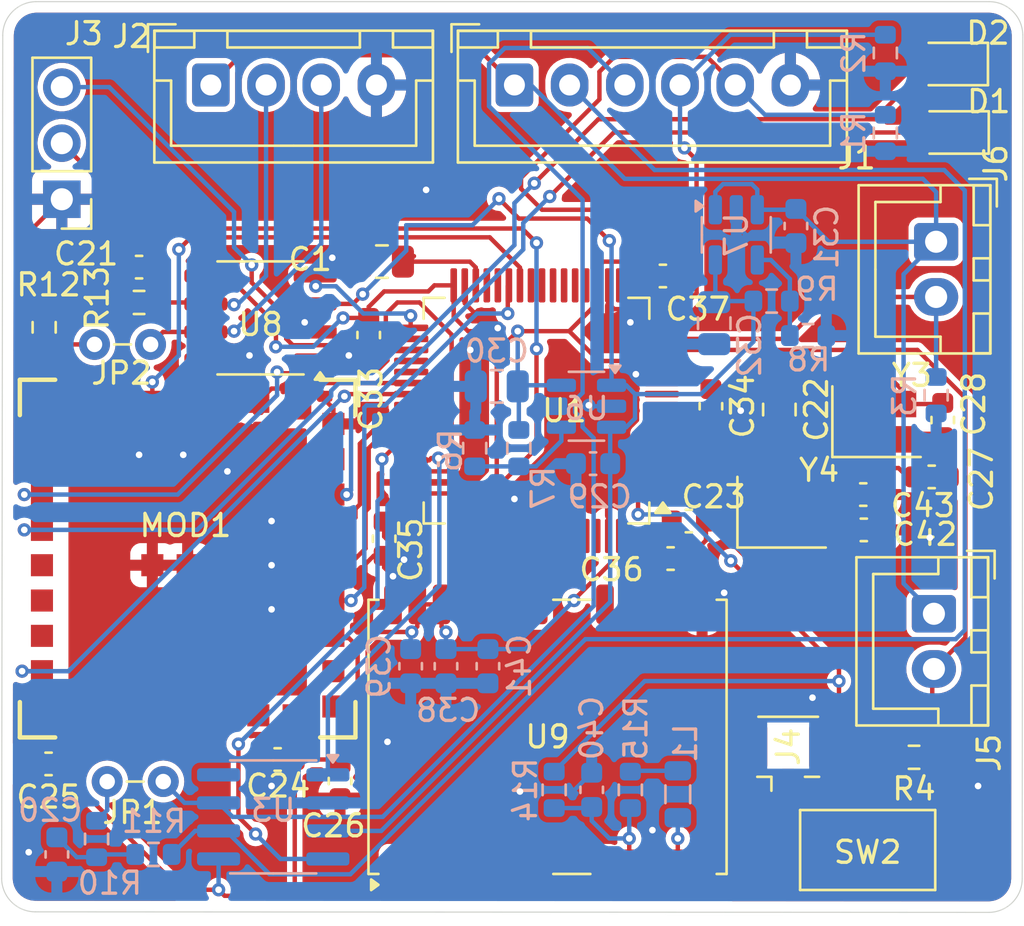
<source format=kicad_pcb>
(kicad_pcb (version 20221018) (generator pcbnew)
  (layers (0 "F.Cu" signal) (31 "B.Cu" signal) (34 "B.Paste" user) (35 "F.Paste" user) (36 "B.SilkS" user "B.Silkscreen") (37 "F.SilkS" user "F.Silkscreen") (38 "B.Mask" user) (39 "F.Mask" user) (44 "Edge.Cuts" user))
  (net 0 "")
  (net 1 "+3V3")
  (net 2 "Net-(U1-VCAP_1)")
  (net 3 "Net-(C20-Pad1)")
  (net 4 "Net-(C21-Pad1)")
  (net 5 "/RCC_OSC_IN")
  (net 6 "/RCC_OSC_OUT")
  (net 7 "+5V")
  (net 8 "VDC")
  (net 9 "/LSE_IN")
  (net 10 "/LSE_OUT")
  (net 11 "Net-(D1-A)")
  (net 12 "Net-(D2-A)")
  (net 13 "CAN1_N")
  (net 14 "CAN1_P")
  (net 15 "ACD_BSE1")
  (net 16 "ACD_BSE2")
  (net 17 "CAN2_N")
  (net 18 "CAN2_P")
  (net 19 "SWCLK")
  (net 20 "SWDIO")
  (net 21 "Net-(J4-In)")
  (net 22 "ACD_APPS1")
  (net 23 "ACD_APPS2")
  (net 24 "Net-(JP1-A)")
  (net 25 "Net-(JP2-A)")
  (net 26 "Net-(L1-Pad1)")
  (net 29 "UART_LORA_BOOT_RX")
  (net 33 "UART_LORA_BOOT_TX")
  (net 41 "LORA_RESET")
  (net 42 "UART_LORA_RX")
  (net 43 "UART_LORA_TX")
  (net 46 "LORA_BOOT")
  (net 51 "Net-(U6-ADJ)")
  (net 52 "Net-(U7-ADJ)")
  (net 53 "Net-(SW2-B)")
  (net 67 "CAN2_RX")
  (net 68 "CAN2_TX")
  (net 74 "CAN1_RX")
  (net 75 "CAN1_TX")
  (net 77 "UART_GPS_TX")
  (net 78 "UART_GPS_RX")
  (net 102 "GND")
  (footprint "LED_SMD:LED_0805_2012Metric" (layer "F.Cu") (at 95.8 46.4 180)
    (fp_text reference "D1")
    (fp_text value "LED")
  )
  (footprint "Connector_PinHeader_2.54mm:PinHeader_1x03_P2.54mm_Vertical" (layer "F.Cu") (at 55.5 49.425 180)
    (fp_text reference "J3")
    (fp_text value "Conn_01x03")
  )
  (footprint "Package_SO:SOIC-8_3.9x4.9mm_P1.27mm" (layer "F.Cu") (at 64.5 54.8 180)
    (fp_text reference "U8")
    (fp_text value "SN65HVD256D")
  )
  (footprint "Capacitor_SMD:C_0603_1608Metric" (layer "F.Cu") (at 95.4 59.425 -90)
    (fp_text reference "C28")
    (fp_text value "20p")
  )
  (footprint "Capacitor_SMD:C_0603_1608Metric" (layer "F.Cu") (at 59 52.5)
    (fp_text reference "C21")
    (fp_text value "1u")
  )
  (footprint "Capacitor_SMD:C_0603_1608Metric" (layer "F.Cu") (at 65.275 74.8)
    (fp_text reference "C24")
    (fp_text value "100n")
  )
  (footprint "Resistor_SMD:R_0603_1608Metric" (layer "F.Cu") (at 94.1 74.7 180)
    (fp_text reference "R4")
    (fp_text value "150R")
  )
  (footprint "Connector_JST:JST_XH_B2B-XH-A_1x02_P2.50mm_Vertical" (layer "F.Cu") (at 95.1 51.35 -90)
    (fp_text reference "J6")
    (fp_text value "Conn_01x02")
  )
  (footprint "Capacitor_SMD:C_0603_1608Metric" (layer "F.Cu") (at 94.9 62)
    (fp_text reference "C27")
    (fp_text value "20p")
  )
  (footprint "Button_Switch_SMD:SW_SPST_FSMSM" (layer "F.Cu") (at 92 78.9 180)
    (fp_text reference "SW2")
    (fp_text value "SW_SPST")
  )
  (footprint "Capacitor_SMD:C_0603_1608Metric" (layer "F.Cu") (at 91.825 64.4)
    (fp_text reference "C42")
    (fp_text value "20p")
  )
  (footprint "LED_SMD:LED_0805_2012Metric" (layer "F.Cu") (at 95.7625 43.3 180)
    (fp_text reference "D2")
    (fp_text value "LED")
  )
  (footprint "Connector_JST:JST_XH_B4B-XH-A_1x04_P2.50mm_Vertical" (layer "F.Cu") (at 62.25 44.25)
    (fp_text reference "J2")
    (fp_text value "Conn_01x04")
  )
  (footprint "Capacitor_SMD:C_0603_1608Metric" (layer "F.Cu") (at 69.4 55.575 -90)
    (fp_text reference "C33")
    (fp_text value "100n")
  )
  (footprint "Connector_JST:JST_XH_B2B-XH-A_1x02_P2.50mm_Vertical" (layer "F.Cu") (at 95 68.2 -90)
    (fp_text reference "J5")
    (fp_text value "Conn_01x02")
  )
  (footprint "Capacitor_SMD:C_0805_2012Metric" (layer "F.Cu") (at 88 58.95 -90)
    (fp_text reference "C22")
    (fp_text value "4u7")
  )
  (footprint "Capacitor_SMD:C_0603_1608Metric" (layer "F.Cu") (at 91.8 62.8)
    (fp_text reference "C43")
    (fp_text value "20p")
  )
  (footprint "Capacitor_SMD:C_0603_1608Metric" (layer "F.Cu") (at 82.725 52.9)
    (fp_text reference "C37")
    (fp_text value "100n")
  )
  (footprint "Capacitor_SMD:C_0603_1608Metric" (layer "F.Cu") (at 83.075 65.7)
    (fp_text reference "C36")
    (fp_text value "100n")
  )
  (footprint "Package_QFP:LQFP-64_10x10mm_P0.5mm" (layer "F.Cu") (at 77 59 180)
    (fp_text reference "U1")
    (fp_text value "STM32F446RCTx")
  )
  (footprint "Crystal:Crystal_SMD_SeikoEpson_FA238-4Pin_3.2x2.5mm" (layer "F.Cu") (at 88.1 63.6)
    (fp_text reference "Y4")
    (fp_text value "32.768k")
  )
  (footprint "Capacitor_SMD:C_0603_1608Metric" (layer "F.Cu") (at 70.1 64.8 -90)
    (fp_text reference "C35")
    (fp_text value "100n")
  )
  (footprint "PCM_Jumper_AKL:Jumper_P2.54mm_D0.7mm" (layer "F.Cu") (at 56.98 56)
    (fp_text reference "JP2")
    (fp_text value "Jumper_2_Open" hide)
  )
  (footprint "Capacitor_SMD:C_0603_1608Metric" (layer "F.Cu") (at 68.1 75.775 90)
    (fp_text reference "C26")
    (fp_text value "100n")
  )
  (footprint "Capacitor_SMD:C_0603_1608Metric" (layer "F.Cu") (at 54.9 75)
    (fp_text reference "C25")
    (fp_text value "100n")
  )
  (footprint "Crystal:Crystal_SMD_SeikoEpson_FA238-4Pin_3.2x2.5mm" (layer "F.Cu") (at 92.4 59.5)
    (fp_text reference "Y3")
    (fp_text value "8M")
  )
  (footprint "WIRL-LORA_2618011181000:WE-FP-8" (layer "F.Cu") (at 61.2 65.7 180)
    (fp_text reference "MOD1")
    (fp_text value "WIRL-LORA_2618011181000")
  )
  (footprint "Capacitor_SMD:C_0603_1608Metric" (layer "F.Cu") (at 83.9 64)
    (fp_text reference "C23")
    (fp_text value "100n")
  )
  (footprint "RF_GPS:ublox_NEO" (layer "F.Cu") (at 77.5 73.775 90)
    (fp_text reference "U9")
    (fp_text value "NEO-XM")
  )
  (footprint "Capacitor_SMD:C_0603_1608Metric" (layer "F.Cu") (at 84.9 58.8 -90)
    (fp_text reference "C34")
    (fp_text value "100n")
  )
  (footprint "Resistor_SMD:R_0603_1608Metric" (layer "F.Cu") (at 54.7 55.225 90)
    (fp_text reference "R12")
    (fp_text value "60R")
  )
  (footprint "PCM_Jumper_AKL:Jumper_P2.54mm_D0.7mm" (layer "F.Cu") (at 57.555 75.8)
    (fp_text reference "JP1")
    (fp_text value "Jumper_2_Open" hide)
  )
  (footprint "Capacitor_SMD:C_0805_2012Metric" (layer "F.Cu") (at 70 52.25)
    (fp_text reference "C1")
    (fp_text value "2u2")
  )
  (footprint "Resistor_SMD:R_0603_1608Metric" (layer "F.Cu") (at 59 54.1)
    (fp_text reference "R13")
    (fp_text value "60R")
  )
  (footprint "Connector_JST:JST_XH_B6B-XH-A_1x06_P2.50mm_Vertical" (layer "F.Cu") (at 76 44.25)
    (fp_text reference "J1")
    (fp_text value "Conn_01x06")
  )
  (footprint "Connector_Coaxial:U.FL_Hirose_U.FL-R-SMT-1_Vertical" (layer "F.Cu") (at 88.4 74.7 90)
    (fp_text reference "J4")
    (fp_text value "GPS_ANT")
  )
  (footprint "Resistor_SMD:R_0603_1608Metric" (layer "B.Cu") (at 89.3 55.6 180)
    (fp_text reference "R8")
    (fp_text value "100k")
  )
  (footprint "Package_TO_SOT_SMD:SOT-23-5" (layer "B.Cu") (at 79.2625 58.8 180)
    (fp_text reference "U6")
    (fp_text value "AP2204K-ADJ")
  )
  (footprint "Package_SO:SOIC-8_3.9x4.9mm_P1.27mm" (layer "B.Cu") (at 65.075 77.4 180)
    (fp_text reference "U3")
    (fp_text value "SN65HVD256D")
  )
  (footprint "Resistor_SMD:R_0603_1608Metric" (layer "B.Cu") (at 57.075 78.4 -90)
    (fp_text reference "R10")
    (fp_text value "60R")
  )
  (footprint "Capacitor_SMD:C_0603_1608Metric" (layer "B.Cu") (at 74.8 70.575 -90)
    (fp_text reference "C41")
    (fp_text value "1u")
  )
  (footprint "Resistor_SMD:R_0603_1608Metric" (layer "B.Cu") (at 95.1 58.3 -90)
    (fp_text reference "R3")
    (fp_text value "150R")
  )
  (footprint "Capacitor_SMD:C_0603_1608Metric" (layer "B.Cu") (at 55.275 79.1 -90)
    (fp_text reference "C20")
    (fp_text value "1u")
  )
  (footprint "Resistor_SMD:R_0603_1608Metric" (layer "B.Cu") (at 87.65 54.0375)
    (fp_text reference "R9")
    (fp_text value "303k")
  )
  (footprint "Resistor_SMD:R_0603_1608Metric" (layer "B.Cu") (at 77.8 76.175 90)
    (fp_text reference "R14")
    (fp_text value "10k")
  )
  (footprint "Capacitor_SMD:C_0603_1608Metric" (layer "B.Cu") (at 88.75 50.6375 -90)
    (fp_text reference "C31")
    (fp_text value "1u")
  )
  (footprint "Resistor_SMD:R_0603_1608Metric" (layer "B.Cu") (at 59.65 79.1)
    (fp_text reference "R11")
    (fp_text value "60R")
  )
  (footprint "Capacitor_SMD:C_0603_1608Metric" (layer "B.Cu") (at 72.9 70.575 -90)
    (fp_text reference "C38")
    (fp_text value "100n")
  )
  (footprint "Capacitor_SMD:C_0603_1608Metric" (layer "B.Cu") (at 71.3 70.575 -90)
    (fp_text reference "C39")
    (fp_text value "100n")
  )
  (footprint "Resistor_SMD:R_0603_1608Metric" (layer "B.Cu") (at 92.8 42.8 -90)
    (fp_text reference "R2")
    (fp_text value "150R")
  )
  (footprint "Inductor_SMD:L_0805_2012Metric" (layer "B.Cu") (at 83.4 76.375 -90)
    (fp_text reference "L1")
    (fp_text value "22u")
  )
  (footprint "Resistor_SMD:R_0603_1608Metric" (layer "B.Cu") (at 81.25 76.175 90)
    (fp_text reference "R15")
    (fp_text value "22")
  )
  (footprint "Capacitor_SMD:C_0805_2012Metric" (layer "B.Cu") (at 85.05 55.0375 -90)
    (fp_text reference "C32")
    (fp_text value "10u")
  )
  (footprint "Resistor_SMD:R_0603_1608Metric" (layer "B.Cu") (at 92.8 46.425 -90)
    (fp_text reference "R1")
    (fp_text value "150R")
  )
  (footprint "Resistor_SMD:R_0603_1608Metric" (layer "B.Cu") (at 76.2 60.7 -90)
    (fp_text reference "R7")
    (fp_text value "165k")
  )
  (footprint "Capacitor_SMD:C_0603_1608Metric" (layer "B.Cu") (at 79.5 76.175 90)
    (fp_text reference "C40")
    (fp_text value "100n")
  )
  (footprint "Package_TO_SOT_SMD:SOT-23-5" (layer "B.Cu") (at 86.05 51.0375 -90)
    (fp_text reference "U7")
    (fp_text value "AP2204K-ADJ")
  )
  (footprint "Resistor_SMD:R_0603_1608Metric" (layer "B.Cu") (at 74.2 60.7 -90)
    (fp_text reference "R6")
    (fp_text value "100k")
  )
  (footprint "Capacitor_SMD:C_0603_1608Metric" (layer "B.Cu") (at 79.5625 61.4 180)
    (fp_text reference "C29")
    (fp_text value "1u")
  )
  (footprint "Capacitor_SMD:C_0805_2012Metric" (layer "B.Cu") (at 75.2 57.9 180)
    (fp_text reference "C30")
    (fp_text value "10u")
  )
  (gr_line (start 54.325125 40.474875) (end 97.5 40.474668) (stroke (width 0.05)) (layer "Edge.Cuts"))
  (gr_arc (start 52.824919 42) (mid 53.262831 40.930345) (end 54.325125 40.474875) (stroke (width 0.05)) (layer "Edge.Cuts"))
  (gr_line (start 97.500001 81.724919) (end 54.3 81.7) (stroke (width 0.05)) (layer "Edge.Cuts"))
  (gr_line (start 52.774875 80.199794) (end 52.824919 42) (stroke (width 0.05)) (layer "Edge.Cuts"))
  (gr_arc (start 99.000207 80.199794) (mid 98.562295 81.269446) (end 97.500001 81.724919) (stroke (width 0.05)) (layer "Edge.Cuts"))
  (gr_arc (start 54.3 81.7) (mid 53.230379 81.262074) (end 52.774875 80.199794) (stroke (width 0.05)) (layer "Edge.Cuts"))
  (gr_line (start 99.025125 41.974874) (end 99.000207 80.199794) (stroke (width 0.05)) (layer "Edge.Cuts"))
  (gr_arc (start 97.5 40.474668) (mid 98.569652 40.91258) (end 99.025125 41.974874) (stroke (width 0.05)) (layer "Edge.Cuts"))
  (segment (start 71.6 68.775) (end 71.6 67.775) (width 0.2) (layer "F.Cu") (net 1))
  (segment (start 68.236271 54.800415) (end 69.399585 54.800415) (width 0.2) (layer "F.Cu") (net 1))
  (segment (start 79.725 53.3) (end 79.75 53.325) (width 0.2) (layer "F.Cu") (net 1))
  (segment (start 75.21759 56.1) (end 75.2 56.08241) (width 0.2) (layer "F.Cu") (net 1))
  (segment (start 55.675 74.425) (end 55.675 75) (width 0.2) (layer "F.Cu") (net 1))
  (segment (start 82.675 56.75) (end 83.625 56.75) (width 0.2) (layer "F.Cu") (net 1))
  (segment (start 75.2 56.08241) (end 74.51759 55.4) (width 0.2) (layer "F.Cu") (net 1))
  (segment (start 81.275 64.675) (end 82.3 65.7) (width 0.2) (layer "F.Cu") (net 1))
  (segment (start 66 72.9) (end 66 74.75) (width 0.2) (layer "F.Cu") (net 1))
  (segment (start 62.025 52.895) (end 62.999999 52.895) (width 0.2) (layer "F.Cu") (net 1))
  (segment (start 83.625 56.75) (end 84.9 58.025) (width 0.2) (layer "F.Cu") (net 1))
  (segment (start 65.2 56.1) (end 65.197797 56.1) (width 0.2) (layer "F.Cu") (net 1))
  (segment (start 82.3 64.825) (end 83.125 64) (width 0.2) (layer "F.Cu") (net 1))
  (segment (start 79.75 53.325) (end 79.75 52.51759) (width 0.2) (layer "F.Cu") (net 1))
  (segment (start 65.2 55.095001) (end 65.2 56.1) (width 0.2) (layer "F.Cu") (net 1))
  (segment (start 68.9 69.7) (end 68.9 74.2) (width 0.2) (layer "F.Cu") (net 1))
  (segment (start 81.2 79.775) (end 81.2 78.375) (width 0.2) (layer "F.Cu") (net 1))
  (segment (start 58 72.9) (end 58 73.341422) (width 0.2) (layer "F.Cu") (net 1))
  (segment (start 80.75 64.675) (end 81.275 64.675) (width 0.2) (layer "F.Cu") (net 1))
  (segment (start 69.4 54.3) (end 69.4 54.8) (width 0.2) (layer "F.Cu") (net 1))
  (segment (start 79.83241 56.75) (end 82.675 56.75) (width 0.2) (layer "F.Cu") (net 1))
  (segment (start 71.35 69.025) (end 71.6 68.775) (width 0.2) (layer "F.Cu") (net 1))
  (segment (start 79.75 52.51759) (end 80.01759 52.25) (width 0.2) (layer "F.Cu") (net 1))
  (segment (start 69.399585 54.800415) (end 69.4 54.8) (width 0.2) (layer "F.Cu") (net 1))
  (segment (start 80.01759 52.25) (end 81.3 52.25) (width 0.2) (layer "F.Cu") (net 1))
  (segment (start 78.6 78.275) (end 80.1 79.775) (width 0.2) (layer "F.Cu") (net 1))
  (segment (start 71.6 67.775) (end 71.6 65.3) (width 0.2) (layer "F.Cu") (net 1))
  (segment (start 84.9 58.025) (end 87.975 58.025) (width 0.2) (layer "F.Cu") (net 1))
  (segment (start 69.575 69.025) (end 71.35 69.025) (width 0.2) (layer "F.Cu") (net 1))
  (segment (start 70.2 64.8) (end 70.1 64.7) (width 0.2) (layer "F.Cu") (net 1))
  (segment (start 72.7 68.775) (end 72.7 67.775) (width 0.2) (layer "F.Cu") (net 1))
  (segment (start 57.091422 74.25) (end 55.85 74.25) (width 0.2) (layer "F.Cu") (net 1))
  (segment (start 68.9 69.7) (end 69.575 69.025) (width 0.2) (layer "F.Cu") (net 1))
  (segment (start 82.3 65.7) (end 80.562352 65.7) (width 0.2) (layer "F.Cu") (net 1))
  (segment (start 83 64) (end 82.675 63.675) (width 0.2) (layer "F.Cu") (net 1))
  (segment (start 68.5 69.3) (end 68.9 69.7) (width 0.2) (layer "F.Cu") (net 1))
  (segment (start 65.2 56.1) (end 65.2 56.2) (width 0.2) (layer "F.Cu") (net 1))
  (segment (start 76.15 55.4) (end 75.45 56.1) (width 0.2) (layer "F.Cu") (net 1))
  (segment (start 71.3 80.975) (end 66 80.975) (width 0.2) (layer "F.Cu") (net 1))
  (segment (start 76.15 55.4) (end 78.48241 55.4) (width 0.2) (layer "F.Cu") (net 1))
  (segment (start 83.125 64) (end 83 64) (width 0.2) (layer "F.Cu") (net 1))
  (segment (start 66.05 74.8) (end 66.05 80.925) (width 0.2) (layer "F.Cu") (net 1))
  (segment (start 71.1 64.8) (end 70.2 64.8) (width 0.2) (layer "F.Cu") (net 1))
  (segment (start 62.999999 52.895) (end 65.2 55.095001) (width 0.2) (layer "F.Cu") (net 1))
  (segment (start 55.675 75) (end 55.675 75.475) (width 0.2) (layer "F.Cu") (net 1))
  (segment (start 71.6 65.3) (end 71.1 64.8) (width 0.2) (layer "F.Cu") (net 1))
  (segment (start 80.562352 65.7) (end 78.7 67.562352) (width 0.2) (layer "F.Cu") (net 1))
  (segment (start 75.2 56.08241) (end 75.2 61.9) (width 0.2) (layer "F.Cu") (net 1))
  (segment (start 66.05 80.925) (end 66 80.975) (width 0.2) (layer "F.Cu") (net 1))
  (segment (start 72.375 53.325) (end 72.1 53.6) (width 0.2) (layer "F.Cu") (net 1))
  (segment (start 81.2 79.775) (end 80.1 79.775) (width 0.2) (layer "F.Cu") (net 1))
  (segment (start 67.9 74.8) (end 68.1 75) (width 0.2) (layer "F.Cu") (net 1))
  (segment (start 79.75 54.13241) (end 79.75 53.325) (width 0.2) (layer "F.Cu") (net 1))
  (segment (start 71.6 80.675) (end 71.3 80.975) (width 0.2) (layer "F.Cu") (net 1))
  (segment (start 81.3 52.25) (end 81.95 52.9) (width 0.2) (layer "F.Cu") (net 1))
  (segment (start 71.6 67.775) (end 71.4 67.575) (width 0.2) (layer "F.Cu") (net 1))
  (segment (start 78.48241 55.4) (end 79.83241 56.75) (width 0.2) (layer "F.Cu") (net 1))
  (segment (start 78.7 67.562352) (end 78.7 67.6) (width 0.2) (layer "F.Cu") (net 1))
  (segment (start 55.85 74.25) (end 55.675 74.425) (width 0.2) (layer "F.Cu") (net 1))
  (segment (start 75.45 56.1) (end 75.21759 56.1) (width 0.2) (layer "F.Cu") (net 1))
  (segment (start 72.7 67.775) (end 71.6 67.775) (width 0.2) (layer "F.Cu") (net 1))
  (segment (start 71.325 62.75) (end 71.325 62.8) (width 0.2) (layer "F.Cu") (net 1))
  (segment (start 60.9 80.7) (end 62.6 80.7) (width 0.2) (layer "F.Cu") (net 1))
  (segment (start 73.25 54.75) (end 73.25 53.325) (width 0.2) (layer "F.Cu") (net 1))
  (segment (start 71.6 79.775) (end 71.6 78.875) (width 0.2) (layer "F.Cu") (net 1))
  (segment (start 75.2 61.9) (end 74.35 62.75) (width 0.2) (layer "F.Cu") (net 1))
  (segment (start 82.3 65.7) (end 82.3 64.825) (width 0.2) (layer "F.Cu") (net 1))
  (segment (start 72.1 53.6) (end 70.1 53.6) (width 0.2) (layer "F.Cu") (net 1))
  (segment (start 71.6 78.875) (end 72.2 78.275) (width 0.2) (layer "F.Cu") (net 1))
  (segment (start 62.875 80.975) (end 62.6 80.7) (width 0.2) (layer "F.Cu") (net 1))
  (segment (start 58 73.341422) (end 57.091422 74.25) (width 0.2) (layer "F.Cu") (net 1))
  (segment (start 66.05 74.8) (end 67.9 74.8) (width 0.2) (layer "F.Cu") (net 1))
  (segment (start 65.197797 56.1) (end 65.190293 56.107504) (width 0.2) (layer "F.Cu") (net 1))
  (segment (start 68.9 74.2) (end 68.1 75) (width 0.2) (layer "F.Cu") (net 1))
  (segment (start 78.48241 55.4) (end 79.75 54.13241) (width 0.2) (layer "F.Cu") (net 1))
  (segment (start 67.8 69.3) (end 68.5 69.3) (width 0.2) (layer "F.Cu") (net 1))
  (segment (start 70.1 64.025) (end 70.1 63.975) (width 0.2) (layer "F.Cu") (net 1))
  (segment (start 74.35 62.75) (end 71.325 62.75) (width 0.2) (layer "F.Cu") (net 1))
  (segment (start 87.975 58.025) (end 88 58) (width 0.2) (layer "F.Cu") (net 1))
  (segment (start 72.2 78.275) (end 78.6 78.275) (width 0.2) (layer "F.Cu") (net 1))
  (segment (start 73.25 53.325) (end 72.375 53.325) (width 0.2) (layer "F.Cu") (net 1))
  (segment (start 82.675 62.75) (end 82.675 63.675) (width 0.2) (layer "F.Cu") (net 1))
  (segment (start 70.1 53.6) (end 69.4 54.3) (width 0.2) (layer "F.Cu") (net 1))
  (segment (start 74.51759 55.4) (end 73.9 55.4) (width 0.2) (layer "F.Cu") (net 1))
  (segment (start 70.1 63.975) (end 71.325 62.75) (width 0.2) (layer "F.Cu") (net 1))
  (segment (start 71.6 79.775) (end 71.6 80.675) (width 0.2) (layer "F.Cu") (net 1))
  (segment (start 66 80.975) (end 62.875 80.975) (width 0.2) (layer "F.Cu") (net 1))
  (segment (start 55.675 75.475) (end 60.9 80.7) (width 0.2) (layer "F.Cu") (net 1))
  (segment (start 66 74.75) (end 66.05 74.8) (width 0.2) (layer "F.Cu") (net 1))
  (segment (start 72.9 68.975) (end 72.7 68.775) (width 0.2) (layer "F.Cu") (net 1))
  (segment (start 73.9 55.4) (end 73.25 54.75) (width 0.2) (layer "F.Cu") (net 1))
  (segment (start 70.1 64.7) (end 70.1 64.025) (width 0.2) (layer "F.Cu") (net 1))
  (via (at 62.6 80.7) (size 0.6) (drill 0.3) (layers "F.Cu" "B.Cu") (net 1))
  (via (at 68.236271 54.800415) (size 0.6) (drill 0.3) (layers "F.Cu" "B.Cu") (net 1))
  (via (at 76.15 55.4) (size 0.6) (drill 0.3) (layers "F.Cu" "B.Cu") (net 1))
  (via (at 81.2 78.375) (size 0.6) (drill 0.3) (layers "F.Cu" "B.Cu") (net 1))
  (via (at 78.7 67.6) (size 0.6) (drill 0.3) (layers "F.Cu" "B.Cu") (net 1))
  (via (at 65.190293 56.107504) (size 0.6) (drill 0.3) (layers "F.Cu" "B.Cu") (net 1))
  (via (at 72.9 69.025) (size 0.6) (drill 0.3) (layers "F.Cu" "B.Cu") (net 1))
  (via (at 71.35 69.025) (size 0.6) (drill 0.3) (layers "F.Cu" "B.Cu") (net 1))
  (segment (start 62.6 80.7) (end 62.6 79.305) (width 0.2) (layer "B.Cu") (net 1))
  (segment (start 68.199585 54.800415) (end 68.236271 54.800415) (width 0.2) (layer "B.Cu") (net 1))
  (segment (start 72.9 68.975) (end 72.9 69.8) (width 0.2) (layer "B.Cu") (net 1))
  (segment (start 66.892496 56.107504) (end 68.05 54.95) (width 0.2) (layer "B.Cu") (net 1))
  (segment (start 76.2 59.875) (end 76.2 57.95) (width 0.2) (layer "B.Cu") (net 1))
  (segment (start 65.190293 56.107504) (end 66.892496 56.107504) (width 0.2) (layer "B.Cu") (net 1))
  (segment (start 71.3 69.075) (end 71.3 69.8) (width 0.2) (layer "B.Cu") (net 1))
  (segment (start 76.5 69.8) (end 74.8 69.8) (width 0.2) (layer "B.Cu") (net 1))
  (segment (start 78.125 57.85) (end 76.2 57.85) (width 0.2) (layer "B.Cu") (net 1))
  (segment (start 79.5 76.95) (end 79.5 77.575) (width 0.2) (layer "B.Cu") (net 1))
  (segment (start 80.3 78.375) (end 81.2 78.375) (width 0.2) (layer "B.Cu") (net 1))
  (segment (start 76.15 57.9) (end 76.15 55.4) (width 0.2) (layer "B.Cu") (net 1))
  (segment (start 72.9 69.8) (end 74.8 69.8) (width 0.2) (layer "B.Cu") (net 1))
  (segment (start 79.5 77.575) (end 80.3 78.375) (width 0.2) (layer "B.Cu") (net 1))
  (segment (start 77.8 77) (end 79.45 77) (width 0.2) (layer "B.Cu") (net 1))
  (segment (start 79.45 77) (end 79.5 76.95) (width 0.2) (layer "B.Cu") (net 1))
  (segment (start 76.2 57.95) (end 76.15 57.9) (width 0.2) (layer "B.Cu") (net 1))
  (segment (start 68.05 54.95) (end 68.199585 54.800415) (width 0.2) (layer "B.Cu") (net 1))
  (segment (start 76.2 57.85) (end 76.15 57.9) (width 0.2) (layer "B.Cu") (net 1))
  (segment (start 71.35 69.025) (end 71.3 69.075) (width 0.2) (layer "B.Cu") (net 1))
  (segment (start 81.2 77.05) (end 81.25 77) (width 0.2) (layer "B.Cu") (net 1))
  (segment (start 78.7 67.6) (end 76.5 69.8) (width 0.2) (layer "B.Cu") (net 1))
  (segment (start 81.2 78.375) (end 81.2 77.05) (width 0.2) (layer "B.Cu") (net 1))
  (segment (start 70.95 52.25) (end 73.98241 52.25) (width 0.2) (layer "F.Cu") (net 2))
  (segment (start 74.25 52.51759) (end 74.25 53.325) (width 0.2) (layer "F.Cu") (net 2))
  (segment (start 73.98241 52.25) (end 74.25 52.51759) (width 0.2) (layer "F.Cu") (net 2))
  (segment (start 71.449938 52.000062) (end 70.95 52.5) (width 0.2) (layer "F.Cu") (net 2))
  (segment (start 56.175 79.225) (end 55.275 78.325) (width 0.2) (layer "B.Cu") (net 3))
  (segment (start 58.825 79.1) (end 57.2 79.1) (width 0.2) (layer "B.Cu") (net 3))
  (segment (start 57.2 79.1) (end 57.075 79.225) (width 0.2) (layer "B.Cu") (net 3))
  (segment (start 57.075 79.225) (end 56.175 79.225) (width 0.2) (layer "B.Cu") (net 3))
  (segment (start 58.175 52.55) (end 58.225 52.5) (width 0.2) (layer "F.Cu") (net 4))
  (segment (start 58.175 54.1) (end 55 54.1) (width 0.2) (layer "F.Cu") (net 4))
  (segment (start 58.175 54.1) (end 58.175 52.55) (width 0.2) (layer "F.Cu") (net 4))
  (segment (start 55 54.1) (end 54.7 54.4) (width 0.2) (layer "F.Cu") (net 4))
  (segment (start 82.675 60.75) (end 86.77457 60.75) (width 0.2) (layer "F.Cu") (net 5))
  (segment (start 93.4 61.6) (end 92 61.6) (width 0.2) (layer "F.Cu") (net 5))
  (segment (start 92 61.6) (end 91.3 60.9) (width 0.2) (layer "F.Cu") (net 5))
  (segment (start 94.025 62) (end 93.8 62) (width 0.2) (layer "F.Cu") (net 5))
  (segment (start 89.6 61.1) (end 90.4 60.3) (width 0.2) (layer "F.Cu") (net 5))
  (segment (start 86.77457 60.75) (end 87.124571 61.1) (width 0.2) (layer "F.Cu") (net 5))
  (segment (start 87.124571 61.1) (end 89.6 61.1) (width 0.2) (layer "F.Cu") (net 5))
  (segment (start 91.3 60.9) (end 91.3 60.3) (width 0.2) (layer "F.Cu") (net 5))
  (segment (start 90.4 60.3) (end 91.3 60.3) (width 0.2) (layer "F.Cu") (net 5))
  (segment (start 93.8 62) (end 93.4 61.6) (width 0.2) (layer "F.Cu") (net 5))
  (segment (start 92.9 57.4) (end 93.5 58) (width 0.2) (layer "F.Cu") (net 6))
  (segment (start 82.675 60.25) (end 83.48241 60.25) (width 0.2) (layer "F.Cu") (net 6))
  (segment (start 83.48241 60.25) (end 83.55741 60.325) (width 0.2) (layer "F.Cu") (net 6))
  (segment (start 89.7 57.8) (end 90.1 57.4) (width 0.2) (layer "F.Cu") (net 6))
  (segment (start 95.35 58.7) (end 95.4 58.65) (width 0.2) (layer "F.Cu") (net 6))
  (segment (start 86.915256 60.325) (end 87.290256 60.7) (width 0.2) (layer "F.Cu") (net 6))
  (segment (start 88.709744 60.7) (end 89.7 59.709744) (width 0.2) (layer "F.Cu") (net 6))
  (segment (start 90.1 57.4) (end 92.9 57.4) (width 0.2) (layer "F.Cu") (net 6))
  (segment (start 83.55741 60.325) (end 86.915256 60.325) (width 0.2) (layer "F.Cu") (net 6))
  (segment (start 89.7 59.709744) (end 89.7 57.8) (width 0.2) (layer "F.Cu") (net 6))
  (segment (start 93.5 58.7) (end 95.35 58.7) (width 0.2) (layer "F.Cu") (net 6))
  (segment (start 87.290256 60.7) (end 88.709744 60.7) (width 0.2) (layer "F.Cu") (net 6))
  (segment (start 93.5 58) (end 93.5 58.7) (width 0.2) (layer "F.Cu") (net 6))
  (segment (start 66.975 54.165) (end 68.68647 54.165) (width 0.2) (layer "F.Cu") (net 7))
  (segment (start 80.3 51.3) (end 79.3 50.3) (width 0.2) (layer "F.Cu") (net 7))
  (segment (start 79.3 50.3) (end 76.2 50.3) (width 0.2) (layer "F.Cu") (net 7))
  (segment (start 76.2 50.3) (end 75.3 49.4) (width 0.2) (layer "F.Cu") (net 7))
  (segment (start 68.68647 54.165) (end 69.127313 53.724157) (width 0.2) (layer "F.Cu") (net 7))
  (via (at 69.127313 53.724157) (size 0.6) (drill 0.3) (layers "F.Cu" "B.Cu") (net 7))
  (via (at 80.3 51.3) (size 0.6) (drill 0.3) (layers "F.Cu" "B.Cu") (net 7))
  (via (at 75.3 49.4) (size 0.6) (drill 0.3) (layers "F.Cu" "B.Cu") (net 7))
  (segment (start 80.3375 59.8125) (end 80.4 59.75) (width 0.2) (layer "B.Cu") (net 7))
  (segment (start 81.4625 59.349999) (end 81.062499 59.75) (width 0.2) (layer "B.Cu") (net 7))
  (segment (start 71.1 50.6) (end 74.1 50.6) (width 0.2) (layer "B.Cu") (net 7))
  (segment (start 69.127313 53.724157) (end 71.1 51.75147) (width 0.2) (layer "B.Cu") (net 7))
  (segment (start 74.1 50.6) (end 75.3 49.4) (width 0.2) (layer "B.Cu") (net 7))
  (segment (start 86.825 54.0375) (end 85.1 54.0375) (width 0.2) (layer "B.Cu") (net 7))
  (segment (start 86.825 55.875) (end 86.825 54.0375) (width 0.2) (layer "B.Cu") (net 7))
  (segment (start 80.3 51.3) (end 80.4 51.4) (width 0.2) (layer "B.Cu") (net 7))
  (segment (start 71.1 51.75147) (end 71.1 50.6) (width 0.2) (layer "B.Cu") (net 7))
  (segment (start 84.449999 58.250001) (end 86.825 55.875) (width 0.2) (layer "B.Cu") (net 7))
  (segment (start 81.4625 58.250001) (end 81.4625 59.349999) (width 0.2) (layer "B.Cu") (net 7))
  (segment (start 69.965 78.035) (end 67.55 78.035) (width 0.2) (layer "B.Cu") (net 7))
  (segment (start 80.3375 61.4) (end 80.3375 67.6625) (width 0.2) (layer "B.Cu") (net 7))
  (segment (start 85.1 54.0375) (end 85.05 54.0875) (width 0.2) (layer "B.Cu") (net 7))
  (segment (start 81.062499 57.85) (end 81.4625 58.250001) (width 0.2) (layer "B.Cu") (net 7))
  (segment (start 81.062499 59.75) (end 80.4 59.75) (width 0.2) (layer "B.Cu") (net 7))
  (segment (start 80.3375 61.4) (end 80.3375 59.8125) (width 0.2) (layer "B.Cu") (net 7))
  (segment (start 81.4625 58.250001) (end 84.449999 58.250001) (width 0.2) (layer "B.Cu") (net 7))
  (segment (start 80.4 57.85) (end 81.062499 57.85) (width 0.2) (layer "B.Cu") (net 7))
  (segment (start 80.4 51.4) (end 80.4 57.85) (width 0.2) (layer "B.Cu") (net 7))
  (segment (start 85.1 52.175) (end 85.1 52.4) (width 0.2) (layer "B.Cu") (net 7))
  (segment (start 85.1 52.175) (end 85.1 54.0375) (width 0.2) (layer "B.Cu") (net 7))
  (segment (start 80.3375 67.6625) (end 69.965 78.035) (width 0.2) (layer "B.Cu") (net 7))
  (segment (start 63.6 42.9) (end 62.25 44.25) (width 0.2) (layer "F.Cu") (net 8))
  (segment (start 76 44.25) (end 74.65 42.9) (width 0.2) (layer "F.Cu") (net 8))
  (segment (start 74.65 42.9) (end 63.6 42.9) (width 0.2) (layer "F.Cu") (net 8))
  (segment (start 85.45 48.7375) (end 85.1 49.0875) (width 0.2) (layer "B.Cu") (net 8))
  (segment (start 95.1 51.35) (end 93.626346 52.823654) (width 0.2) (layer "B.Cu") (net 8))
  (segment (start 86.75 48.7375) (end 85.45 48.7375) (width 0.2) (layer "B.Cu") (net 8))
  (segment (start 87 49.9) (end 88.6125 49.9) (width 0.2) (layer "B.Cu") (net 8))
  (segment (start 85.1 49.0875) (end 85.1 49.9) (width 0.2) (layer "B.Cu") (net 8))
  (segment (start 94.5 48.5) (end 95.1 49.1) (width 0.2) (layer "B.Cu") (net 8))
  (segment (start 80.998654 48.5) (end 94.5 48.5) (width 0.2) (layer "B.Cu") (net 8))
  (segment (start 95.1 51.35) (end 90.2375 51.35) (width 0.2) (layer "B.Cu") (net 8))
  (segment (start 90.2375 51.35) (end 88.75 49.8625) (width 0.2) (layer "B.Cu") (net 8))
  (segment (start 95.1 49.1) (end 95.1 51.35) (width 0.2) (layer "B.Cu") (net 8))
  (segment (start 93.626346 52.823654) (end 93.626346 66.826346) (width 0.2) (layer "B.Cu") (net 8))
  (segment (start 76.748654 44.25) (end 80.998654 48.5) (width 0.2) (layer "B.Cu") (net 8))
  (segment (start 76 44.25) (end 76.748654 44.25) (width 0.2) (layer "B.Cu") (net 8))
  (segment (start 87 49.9) (end 87 48.9875) (width 0.2) (layer "B.Cu") (net 8))
  (segment (start 87 48.9875) (end 86.75 48.7375) (width 0.2) (layer "B.Cu") (net 8))
  (segment (start 88.6125 49.9) (end 88.75 49.7625) (width 0.2) (layer "B.Cu") (net 8))
  (segment (start 93.626346 66.826346) (end 95 68.2) (width 0.2) (layer "B.Cu") (net 8))
  (segment (start 91.05 64.4) (end 90.15 65.3) (width 0.2) (layer "F.Cu") (net 9))
  (segment (start 91.05 64.25) (end 91.05 64.4) (width 0.2) (layer "F.Cu") (net 9))
  (segment (start 87 64.4) (end 86.398696 64.4) (width 0.2) (layer "F.Cu") (net 9))
  (segment (start 87.9 65.3) (end 87 64.4) (width 0.2) (layer "F.Cu") (net 9))
  (segment (start 83.748696 61.75) (end 82.675 61.75) (width 0.2) (layer "F.Cu") (net 9))
  (segment (start 90.15 65.3) (end 87.9 65.3) (width 0.2) (layer "F.Cu") (net 9))
  (segment (start 91.225 64.5) (end 91.225 64.425) (width 0.2) (layer "F.Cu") (net 9))
  (segment (start 86.398696 64.4) (end 83.748696 61.75) (width 0.2) (layer "F.Cu") (net 9))
  (segment (start 87 62.8) (end 85.45 61.25) (width 0.2) (layer "F.Cu") (net 10))
  (segment (start 91.025 62.8) (end 87 62.8) (width 0.2) (layer "F.Cu") (net 10))
  (segment (start 85.45 61.25) (end 82.675 61.25) (width 0.2) (layer "F.Cu") (net 10))
  (segment (start 91.025 62.425) (end 91.025 62.8) (width 0.2) (layer "F.Cu") (net 10))
  (segment (start 80.5 46.4) (end 94.8625 46.4) (width 0.2) (layer "F.Cu") (net 11))
  (segment (start 77.6 49.3) (end 80.5 46.4) (width 0.2) (layer "F.Cu") (net 11))
  (segment (start 67.8 62.8) (end 68.4 62.8) (width 0.2) (layer "F.Cu") (net 11))
  (via (at 68.4 62.8) (size 0.6) (drill 0.3) (layers "F.Cu" "B.Cu") (net 11))
  (via (at 77.6 49.3) (size 0.6) (drill 0.3) (layers "F.Cu" "B.Cu") (net 11))
  (segment (start 69.735786 58.364214) (end 76.4 51.7) (width 0.2) (layer "B.Cu") (net 11))
  (segment (start 68.6 62.6) (end 68.6 58.898529) (width 0.2) (layer "B.Cu") (net 11))
  (segment (start 68.4 62.8) (end 68.6 62.6) (width 0.2) (layer "B.Cu") (net 11))
  (segment (start 69.134315 58.364214) (end 69.735786 58.364214) (width 0.2) (layer "B.Cu") (net 11))
  (segment (start 68.6 58.898529) (end 69.134315 58.364214) (width 0.2) (layer "B.Cu") (net 11))
  (segment (start 76.4 51.7) (end 76.4 50.5) (width 0.2) (layer "B.Cu") (net 11))
  (segment (start 76.4 50.5) (end 77.6 49.3) (width 0.2) (layer "B.Cu") (net 11))
  (segment (start 79.8 45.8) (end 92.325 45.8) (width 0.2) (layer "F.Cu") (net 12))
  (segment (start 54.6 64.4) (end 53.8 64.4) (width 0.2) (layer "F.Cu") (net 12))
  (segment (start 76.9 48.7) (end 79.8 45.8) (width 0.2) (layer "F.Cu") (net 12))
  (segment (start 92.325 45.8) (end 94.825 43.3) (width 0.2) (layer "F.Cu") (net 12))
  (via (at 53.8 64.4) (size 0.6) (drill 0.3) (layers "F.Cu" "B.Cu") (net 12))
  (via (at 76.9 48.7) (size 0.6) (drill 0.3) (layers "F.Cu" "B.Cu") (net 12))
  (segment (start 61.634314 64.4) (end 67.7 58.334314) (width 0.2) (layer "B.Cu") (net 12))
  (segment (start 76 51.5) (end 76 49.6) (width 0.2) (layer "B.Cu") (net 12))
  (segment (start 67.7 58.334314) (end 67.7 58.101471) (width 0.2) (layer "B.Cu") (net 12))
  (segment (start 53.8 64.4) (end 61.634314 64.4) (width 0.2) (layer "B.Cu") (net 12))
  (segment (start 76 49.6) (end 76.9 48.7) (width 0.2) (layer "B.Cu") (net 12))
  (segment (start 68.051471 57.75) (end 69.75 57.75) (width 0.2) (layer "B.Cu") (net 12))
  (segment (start 69.75 57.75) (end 76 51.5) (width 0.2) (layer "B.Cu") (net 12))
  (segment (start 67.7 58.101471) (end 68.051471 57.75) (width 0.2) (layer "B.Cu") (net 12))
  (segment (start 78.5 44.25) (end 82.35 48.1) (width 0.2) (layer "B.Cu") (net 13))
  (segment (start 79.215686 69.35) (end 68.565686 80) (width 0.2) (layer "B.Cu") (net 13))
  (segment (start 68.565686 80) (end 64.910552 80) (width 0.2) (layer "B.Cu") (net 13))
  (segment (start 61.54 78.035) (end 62.6 78.035) (width 0.2) (layer "B.Cu") (net 13))
  (segment (start 96.4 49.034315) (end 96.4 68.934744) (width 0.2) (layer "B.Cu") (net 13))
  (segment (start 64.910552 80) (end 62.945552 78.035) (width 0.2) (layer "B.Cu") (net 13))
  (segment (start 95.984744 69.35) (end 79.215686 69.35) (width 0.2) (layer "B.Cu") (net 13))
  (segment (start 60.475 79.1) (end 61.54 78.035) (width 0.2) (layer "B.Cu") (net 13))
  (segment (start 82.35 48.1) (end 95.465685 48.1) (width 0.2) (layer "B.Cu") (net 13))
  (segment (start 95.465685 48.1) (end 96.4 49.034315) (width 0.2) (layer "B.Cu") (net 13))
  (segment (start 62.945552 78.035) (end 62.6 78.035) (width 0.2) (layer "B.Cu") (net 13))
  (segment (start 96.4 68.934744) (end 95.984744 69.35) (width 0.2) (layer "B.Cu") (net 13))
  (segment (start 61.06 76.765) (end 60.095 75.8) (width 0.2) (layer "B.Cu") (net 14))
  (segment (start 79.0875 58.190552) (end 79.0875 49.447244) (width 0.2) (layer "B.Cu") (net 14))
  (segment (start 79.5875 60.240552) (end 79.0875 59.740552) (width 0.2) (layer "B.Cu") (net 14))
  (segment (start 62.6 76.765) (end 63.235 77.4) (width 0.2) (layer "B.Cu") (net 14))
  (segment (start 62.6 76.765) (end 61.06 76.765) (width 0.2) (layer "B.Cu") (net 14))
  (segment (start 79.5875 67.846814) (end 79.5875 60.240552) (width 0.2) (layer "B.Cu") (net 14))
  (segment (start 79.0875 59.409448) (end 78.75 59.071948) (width 0.2) (layer "B.Cu") (net 14))
  (segment (start 63.235 77.4) (end 70.034314 77.4) (width 0.2) (layer "B.Cu") (net 14))
  (segment (start 79.0875 49.447244) (end 74.85 45.209744) (width 0.2) (layer "B.Cu") (net 14))
  (segment (start 74.85 43.290256) (end 75.565256 42.575) (width 0.2) (layer "B.Cu") (net 14))
  (segment (start 79.325 42.575) (end 81 44.25) (width 0.2) (layer "B.Cu") (net 14))
  (segment (start 70.034314 77.4) (end 79.5875 67.846814) (width 0.2) (layer "B.Cu") (net 14))
  (segment (start 74.85 45.209744) (end 74.85 43.290256) (width 0.2) (layer "B.Cu") (net 14))
  (segment (start 75.565256 42.575) (end 79.325 42.575) (width 0.2) (layer "B.Cu") (net 14))
  (segment (start 79.0875 59.740552) (end 79.0875 59.409448) (width 0.2) (layer "B.Cu") (net 14))
  (segment (start 78.75 59.071948) (end 78.75 58.528052) (width 0.2) (layer "B.Cu") (net 14))
  (segment (start 78.75 58.528052) (end 79.0875 58.190552) (width 0.2) (layer "B.Cu") (net 14))
  (segment (start 84.25 47.65) (end 83.7 47.1) (width 0.2) (layer "F.Cu") (net 15))
  (segment (start 82.675 55.25) (end 84.25 53.675) (width 0.2) (layer "F.Cu") (net 15))
  (segment (start 84.25 53.675) (end 84.25 47.65) (width 0.2) (layer "F.Cu") (net 15))
  (via (at 83.7 47.1) (size 0.6) (drill 0.3) (layers "F.Cu" "B.Cu") (net 15))
  (segment (start 83.5 46.9) (end 83.5 44.25) (width 0.2) (layer "B.Cu") (net 15))
  (segment (start 83.5 44.25) (end 85.775 41.975) (width 0.2) (layer "B.Cu") (net 15))
  (segment (start 83.7 47.1) (end 83.5 46.9) (width 0.2) (layer "B.Cu") (net 15))
  (segment (start 85.775 41.975) (end 92.8 41.975) (width 0.2) (layer "B.Cu") (net 15))
  (segment (start 82.7 53.373696) (end 82.7 52.426304) (width 0.2) (layer "F.Cu") (net 16))
  (segment (start 81.1 53.675) (end 82.398696 53.675) (width 0.2) (layer "F.Cu") (net 16))
  (segment (start 76.3 48.451471) (end 79.85 44.901471) (width 0.2) (layer "F.Cu") (net 16))
  (segment (start 79.85 44.901471) (end 79.85 43.648654) (width 0.2) (layer "F.Cu") (net 16))
  (segment (start 84.725 42.975) (end 86 44.25) (width 0.2) (layer "F.Cu") (net 16))
  (segment (start 82.7 52.426304) (end 80.173696 49.9) (width 0.2) (layer "F.Cu") (net 16))
  (segment (start 80.523654 42.975) (end 84.725 42.975) (width 0.2) (layer "F.Cu") (net 16))
  (segment (start 80.173696 49.9) (end 77.251471 49.9) (width 0.2) (layer "F.Cu") (net 16))
  (segment (start 79.85 43.648654) (end 80.523654 42.975) (width 0.2) (layer "F.Cu") (net 16))
  (segment (start 80.75 53.325) (end 81.1 53.675) (width 0.2) (layer "F.Cu") (net 16))
  (segment (start 77.251471 49.9) (end 76.3 48.948529) (width 0.2) (layer "F.Cu") (net 16))
  (segment (start 76.3 48.948529) (end 76.3 48.451471) (width 0.2) (layer "F.Cu") (net 16))
  (segment (start 82.398696 53.675) (end 82.7 53.373696) (width 0.2) (layer "F.Cu") (net 16))
  (segment (start 87.35 45.6) (end 92.8 45.6) (width 0.2) (layer "B.Cu") (net 16))
  (segment (start 86 44.25) (end 87.35 45.6) (width 0.2) (layer "B.Cu") (net 16))
  (segment (start 59.825 54.1) (end 61.96 54.1) (width 0.2) (layer "F.Cu") (net 17))
  (segment (start 61.96 54.1) (end 62.025 54.165) (width 0.2) (layer "F.Cu") (net 17))
  (segment (start 62.025 54.165) (end 63.265 54.165) (width 0.2) (layer "F.Cu") (net 17))
  (segment (start 63.265 54.165) (end 63.3 54.2) (width 0.2) (layer "F.Cu") (net 17))
  (via (at 63.3 54.2) (size 0.6) (drill 0.3) (layers "F.Cu" "B.Cu") (net 17))
  (segment (start 63.3 54.2) (end 63.448529 54.2) (width 0.2) (layer "B.Cu") (net 17))
  (segment (start 63.448529 54.2) (end 64.75 52.898529) (width 0.2) (layer "B.Cu") (net 17))
  (segment (start 64.75 52.898529) (end 64.75 44.25) (width 0.2) (layer "B.Cu") (net 17))
  (segment (start 63.265 55.435) (end 63.3 55.4) (width 0.2) (layer "F.Cu") (net 18))
  (segment (start 62.025 55.435) (end 63.265 55.435) (width 0.2) (layer "F.Cu") (net 18))
  (segment (start 60.085 55.435) (end 59.52 56) (width 0.2) (layer "F.Cu") (net 18))
  (segment (start 62.025 55.435) (end 60.085 55.435) (width 0.2) (layer "F.Cu") (net 18))
  (via (at 63.3 55.4) (size 0.6) (drill 0.3) (layers "F.Cu" "B.Cu") (net 18))
  (segment (start 63.3 55.4) (end 67.25 51.45) (width 0.2) (layer "B.Cu") (net 18))
  (segment (start 67.25 51.45) (end 67.25 44.25) (width 0.2) (layer "B.Cu") (net 18))
  (segment (start 76.35 50.75) (end 59.365 50.75) (width 0.2) (layer "F.Cu") (net 19))
  (segment (start 77 51.4) (end 76.35 50.75) (width 0.2) (layer "F.Cu") (net 19))
  (segment (start 73.25 64.675) (end 73.25 63.86759) (width 0.2) (layer "F.Cu") (net 19))
  (segment (start 77 60.7) (end 77 56.2) (width 0.2) (layer "F.Cu") (net 19))
  (segment (start 59.365 50.75) (end 55.5 46.885) (width 0.2) (layer "F.Cu") (net 19))
  (segment (start 73.96759 63.15) (end 74.55 63.15) (width 0.2) (layer "F.Cu") (net 19))
  (segment (start 74.55 63.15) (end 77 60.7) (width 0.2) (layer "F.Cu") (net 19))
  (segment (start 73.25 63.86759) (end 73.96759 63.15) (width 0.2) (layer "F.Cu") (net 19))
  (via (at 77 51.4) (size 0.6) (drill 0.3) (layers "F.Cu" "B.Cu") (net 19))
  (via (at 77 56.2) (size 0.6) (drill 0.3) (layers "F.Cu" "B.Cu") (net 19))
  (segment (start 77 56.2) (end 77 51.4) (width 0.2) (layer "B.Cu") (net 19))
  (segment (start 70.175 54.625) (end 70.7 54.1) (width 0.2) (layer "F.Cu") (net 20))
  (segment (start 64.1 53.2) (end 65.665 54.765) (width 0.2) (layer "F.Cu") (net 20))
  (segment (start 73.156453 55.556453) (end 73.156453 61.567157) (width 0.2) (layer "F.Cu") (net 20))
  (segment (start 71.7 54.1) (end 73.156453 55.556453) (width 0.2) (layer "F.Cu") (net 20))
  (segment (start 65.665 55.740552) (end 65.959448 56.035) (width 0.2) (layer "F.Cu") (net 20))
  (segment (start 68.425552 55.6) (end 69.823696 55.6) (width 0.2) (layer "F.Cu") (net 20))
  (segment (start 64.1 52.4) (end 64.1 53.2) (width 0.2) (layer "F.Cu") (net 20))
  (segment (start 65.959448 56.035) (end 67.990552 56.035) (width 0.2) (layer "F.Cu") (net 20))
  (segment (start 70.7 54.1) (end 71.7 54.1) (width 0.2) (layer "F.Cu") (net 20))
  (segment (start 70.175 55.248696) (end 70.175 54.625) (width 0.2) (layer "F.Cu") (net 20))
  (segment (start 67.990552 56.035) (end 68.425552 55.6) (width 0.2) (layer "F.Cu") (net 20))
  (segment (start 71.325 61.75) (end 72.97361 61.75) (width 0.2) (layer "F.Cu") (net 20))
  (segment (start 69.823696 55.6) (end 70.175 55.248696) (width 0.2) (layer "F.Cu") (net 20))
  (segment (start 65.665 54.765) (end 65.665 55.740552) (width 0.2) (layer "F.Cu") (net 20))
  (segment (start 73.156453 61.567157) (end 72.97361 61.75) (width 0.2) (layer "F.Cu") (net 20))
  (segment (start 72.97361 61.75) (end 73.217289 61.506321) (width 0.2) (layer "F.Cu") (net 20))
  (via (at 64.1 52.4) (size 0.6) (drill 0.3) (layers "F.Cu" "B.Cu") (net 20))
  (segment (start 64.1 52.4) (end 63.3 51.6) (width 0.2) (layer "B.Cu") (net 20))
  (segment (start 63.3 50) (end 57.645 44.345) (width 0.2) (layer "B.Cu") (net 20))
  (segment (start 57.645 44.345) (end 55.5 44.345) (width 0.2) (layer "B.Cu") (net 20))
  (segment (start 63.3 51.6) (end 63.3 50) (width 0.2) (layer "B.Cu") (net 20))
  (segment (start 83.7 80.975) (end 83.4 80.675) (width 0.2) (layer "F.Cu") (net 21))
  (segment (start 85.7 76.962352) (end 85.7 80.6) (width 0.2) (layer "F.Cu") (net 21))
  (segment (start 85.7 80.6) (end 85.325 80.975) (width 0.2) (layer "F.Cu") (net 21))
  (segment (start 85.325 80.975) (end 83.7 80.975) (width 0.2) (layer "F.Cu") (net 21))
  (segment (start 83.4 80.675) (end 83.4 79.775) (width 0.2) (layer "F.Cu") (net 21))
  (segment (start 86.912352 75.75) (end 85.7 76.962352) (width 0.2) (layer "F.Cu") (net 21))
  (segment (start 83.4 78.375) (end 83.4 79.775) (width 0.2) (layer "F.Cu") (net 21))
  (segment (start 88.4 75.75) (end 86.912352 75.75) (width 0.2) (layer "F.Cu") (net 21))
  (via (at 83.4 78.375) (size 0.6) (drill 0.3) (layers "F.Cu" "B.Cu") (net 21))
  (segment (start 83.4 77.4375) (end 83.4 78.375) (width 0.2) (layer "B.Cu") (net 21))
  (segment (start 95 70.7) (end 96.425 69.275) (width 0.2) (layer "F.Cu") (net 22))
  (segment (start 94.925 70.775) (end 95 70.7) (width 0.2) (layer "F.Cu") (net 22))
  (segment (start 96.425 58.425) (end 94.25 56.25) (width 0.2) (layer "F.Cu") (net 22))
  (segment (start 96.425 69.275) (end 96.425 58.425) (width 0.2) (layer "F.Cu") (net 22))
  (segment (start 94.25 56.25) (end 82.675 56.25) (width 0.2) (layer "F.Cu") (net 22))
  (segment (start 94.925 74.7) (end 94.925 70.775) (width 0.2) (layer "F.Cu") (net 22))
  (segment (start 82.675 55.75) (end 88.35 55.75) (width 0.2) (layer "F.Cu") (net 23))
  (segment (start 90.25 53.85) (end 95.1 53.85) (width 0.2) (layer "F.Cu") (net 23))
  (segment (start 88.35 55.75) (end 90.25 53.85) (width 0.2) (layer "F.Cu") (net 23))
  (segment (start 95.1 57.475) (end 95.1 53.85) (width 0.2) (layer "B.Cu") (net 23))
  (segment (start 57.555 75.8) (end 57.555 77.095) (width 0.2) (layer "B.Cu") (net 24))
  (segment (start 57.555 77.095) (end 57.075 77.575) (width 0.2) (layer "B.Cu") (net 24))
  (segment (start 54.75 56) (end 54.7 56.05) (width 0.2) (layer "F.Cu") (net 25))
  (segment (start 56.98 56) (end 54.75 56) (width 0.2) (layer "F.Cu") (net 25))
  (segment (start 81.2875 75.3125) (end 81.25 75.35) (width 0.2) (layer "B.Cu") (net 26))
  (segment (start 83.4 75.3125) (end 81.2875 75.3125) (width 0.2) (layer "B.Cu") (net 26))
  (segment (start 65.25 57.25) (end 65.305 57.305) (width 0.2) (layer "F.Cu") (net 29))
  (segment (start 67.009314 57.305) (end 67.454314 57.75) (width 0.2) (layer "F.Cu") (net 29))
  (segment (start 54.6 62.8) (end 53.8 62.8) (width 0.2) (layer "F.Cu") (net 29))
  (segment (start 67.454314 57.75) (end 71.325 57.75) (width 0.2) (layer "F.Cu") (net 29))
  (segment (start 65.305 57.305) (end 67.009314 57.305) (width 0.2) (layer "F.Cu") (net 29))
  (via (at 53.8 62.8) (size 0.6) (drill 0.3) (layers "F.Cu" "B.Cu") (net 29))
  (via (at 65.25 57.25) (size 0.6) (drill 0.3) (layers "F.Cu" "B.Cu") (net 29))
  (segment (start 60.75 62.8) (end 53.8 62.8) (width 0.2) (layer "B.Cu") (net 29))
  (segment (start 65.25 57.25) (end 65.25 58.3) (width 0.2) (layer "B.Cu") (net 29))
  (segment (start 65.25 58.3) (end 60.75 62.8) (width 0.2) (layer "B.Cu") (net 29))
  (segment (start 68.3 58.35) (end 68.4 58.25) (width 0.2) (layer "F.Cu") (net 33))
  (segment (start 68.4 58.25) (end 71.325 58.25) (width 0.2) (layer "F.Cu") (net 33))
  (segment (start 54.6 70.8) (end 53.7 70.8) (width 0.2) (layer "F.Cu") (net 33))
  (via (at 68.3 58.35) (size 0.6) (drill 0.3) (layers "F.Cu" "B.Cu") (net 33))
  (via (at 53.7 70.8) (size 0.6) (drill 0.3) (layers "F.Cu" "B.Cu") (net 33))
  (segment (start 53.7 70.8) (end 55.8 70.8) (width 0.2) (layer "B.Cu") (net 33))
  (segment (start 55.8 70.8) (end 68.3 58.3) (width 0.2) (layer "B.Cu") (net 33))
  (segment (start 68.3 58.3) (end 68.3 58.35) (width 0.2) (layer "B.Cu") (net 33))
  (segment (start 67.8 67.6) (end 68.6 67.6) (width 0.2) (layer "F.Cu") (net 41))
  (segment (start 75.7 54.6) (end 75.7 53.375) (width 0.2) (layer "F.Cu") (net 41))
  (segment (start 75.7 53.375) (end 75.75 53.325) (width 0.2) (layer "F.Cu") (net 41))
  (via (at 75.7 54.6) (size 0.6) (drill 0.3) (layers "F.Cu" "B.Cu") (net 41))
  (via (at 68.6 67.6) (size 0.6) (drill 0.3) (layers "F.Cu" "B.Cu") (net 41))
  (segment (start 69.3 58.764214) (end 70.135786 58.764214) (width 0.2) (layer "B.Cu") (net 41))
  (segment (start 70.135786 58.764214) (end 74.3 54.6) (width 0.2) (layer "B.Cu") (net 41))
  (segment (start 69.2 67) (end 69.2 58.864215) (width 0.2) (layer "B.Cu") (net 41))
  (segment (start 74.3 54.6) (end 75.7 54.6) (width 0.2) (layer "B.Cu") (net 41))
  (segment (start 69.2 58.864215) (end 69.3 58.764214) (width 0.2) (layer "B.Cu") (net 41))
  (segment (start 68.6 67.6) (end 69.2 67) (width 0.2) (layer "B.Cu") (net 41))
  (segment (start 69.257108 65.242892) (end 69.257108 63.557107) (width 0.2) (layer "F.Cu") (net 42))
  (segment (start 69.257108 63.557107) (end 69.4 63.414215) (width 0.2) (layer "F.Cu") (net 42))
  (segment (start 67.8 66) (end 68.5 66) (width 0.2) (layer "F.Cu") (net 42))
  (segment (start 69.85 60.25) (end 71.325 60.25) (width 0.2) (layer "F.Cu") (net 42))
  (segment (start 69.4 60.7) (end 69.85 60.25) (width 0.2) (layer "F.Cu") (net 42))
  (segment (start 68.5 66) (end 69.257108 65.242892) (width 0.2) (layer "F.Cu") (net 42))
  (segment (start 69.4 63.414215) (end 69.4 60.7) (width 0.2) (layer "F.Cu") (net 42))
  (segment (start 69.75 59.75) (end 71.325 59.75) (width 0.2) (layer "F.Cu") (net 43))
  (segment (start 69 63.248529) (end 69 60.5) (width 0.2) (layer "F.Cu") (net 43))
  (segment (start 67.8 64.4) (end 68.241422 64.4) (width 0.2) (layer "F.Cu") (net 43))
  (segment (start 68.8 63.841422) (end 68.8 63.448529) (width 0.2) (layer "F.Cu") (net 43))
  (segment (start 69 60.5) (end 69.75 59.75) (width 0.2) (layer "F.Cu") (net 43))
  (segment (start 68.241422 64.4) (end 68.8 63.841422) (width 0.2) (layer "F.Cu") (net 43))
  (segment (start 68.8 63.448529) (end 69 63.248529) (width 0.2) (layer "F.Cu") (net 43))
  (segment (start 76.25 52.51759) (end 76.25 53.325) (width 0.2) (layer "F.Cu") (net 46))
  (segment (start 61.35 51.15) (end 74.88241 51.15) (width 0.2) (layer "F.Cu") (net 46))
  (segment (start 60.8 51.7) (end 61.35 51.15) (width 0.2) (layer "F.Cu") (net 46))
  (segment (start 59.6 58.6) (end 59.6 57.7) (width 0.2) (layer "F.Cu") (net 46))
  (segment (start 74.88241 51.15) (end 76.25 52.51759) (width 0.2) (layer "F.Cu") (net 46))
  (via (at 60.8 51.7) (size 0.6) (drill 0.3) (layers "F.Cu" "B.Cu") (net 46))
  (via (at 59.6 57.7) (size 0.6) (drill 0.3) (layers "F.Cu" "B.Cu") (net 46))
  (segment (start 60.8 56.5) (end 60.8 51.7) (width 0.2) (layer "B.Cu") (net 46))
  (segment (start 59.6 57.7) (end 60.8 56.5) (width 0.2) (layer "B.Cu") (net 46))
  (segment (start 78.125 60.375) (end 76.975 61.525) (width 0.2) (layer "B.Cu") (net 51))
  (segment (start 76.2 61.525) (end 74.2 61.525) (width 0.2) (layer "B.Cu") (net 51))
  (segment (start 76.975 61.525) (end 76.2 61.525) (width 0.2) (layer "B.Cu") (net 51))
  (segment (start 78.125 59.75) (end 78.125 60.375) (width 0.2) (layer "B.Cu") (net 51))
  (segment (start 87 52.175) (end 87.6125 52.175) (width 0.2) (layer "B.Cu") (net 52))
  (segment (start 88.475 54.0375) (end 88.475 55.6) (width 0.2) (layer "B.Cu") (net 52))
  (segment (start 87.6125 52.175) (end 88.475 53.0375) (width 0.2) (layer "B.Cu") (net 52))
  (segment (start 88.475 53.0375) (end 88.475 54.0375) (width 0.2) (layer "B.Cu") (net 52))
  (segment (start 90.7 75.61) (end 90.7 71.248696) (width 0.2) (layer "F.Cu") (net 53))
  (segment (start 87.41 78.9) (end 90.7 75.61) (width 0.2) (layer "F.Cu") (net 53))
  (segment (start 81.6 60.01759) (end 81.86759 59.75) (width 0.2) (layer "F.Cu") (net 53))
  (segment (start 81.86759 59.75) (end 82.675 59.75) (width 0.2) (layer "F.Cu") (net 53))
  (segment (start 90.7 70.7) (end 90.7 71.248696) (width 0.2) (layer "F.Cu") (net 53))
  (segment (start 81.6 63.698696) (end 81.6 63.7) (width 0.2) (layer "F.Cu") (net 53))
  (segment (start 81.6 63.698696) (end 81.6 60.01759) (width 0.2) (layer "F.Cu") (net 53))
  (segment (start 85.8 65.8) (end 90.7 70.7) (width 0.2) (layer "F.Cu") (net 53))
  (via (at 85.8 65.8) (size 0.6) (drill 0.3) (layers "F.Cu" "B.Cu") (net 53))
  (via (at 90.7 71.248696) (size 0.6) (drill 0.3) (layers "F.Cu" "B.Cu") (net 53))
  (via (at 81.6 63.7) (size 0.6) (drill 0.3) (layers "F.Cu" "B.Cu") (net 53))
  (segment (start 81.6 63.7) (end 83.7 63.7) (width 0.2) (layer "B.Cu") (net 53))
  (segment (start 77.8 75.35) (end 81.901304 71.248696) (width 0.2) (layer "B.Cu") (net 53))
  (segment (start 81.901304 71.248696) (end 90.7 71.248696) (width 0.2) (layer "B.Cu") (net 53))
  (segment (start 83.7 63.7) (end 85.8 65.8) (width 0.2) (layer "B.Cu") (net 53))
  (segment (start 66.975 53.34) (end 67 53.365) (width 0.2) (layer "F.Cu") (net 67))
  (segment (start 71.3 55.225) (end 71.325 55.25) (width 0.2) (layer "F.Cu") (net 67))
  (segment (start 66.975 52.895) (end 66.975 53.34) (width 0.2) (layer "F.Cu") (net 67))
  (segment (start 71.3 54.7) (end 71.3 55.225) (width 0.2) (layer "F.Cu") (net 67))
  (via (at 71.3 54.7) (size 0.6) (drill 0.3) (layers "F.Cu" "B.Cu") (net 67))
  (via (at 67 53.365) (size 0.6) (drill 0.3) (layers "F.Cu" "B.Cu") (net 67))
  (segment (start 71.3 54.7) (end 71.2 54.6) (width 0.2) (layer "B.Cu") (net 67))
  (segment (start 69.154626 54.6) (end 67.919626 53.365) (width 0.2) (layer "B.Cu") (net 67))
  (segment (start 67.919626 53.365) (end 67 53.365) (width 0.2) (layer "B.Cu") (net 67))
  (segment (start 71.2 54.6) (end 69.154626 54.6) (width 0.2) (layer "B.Cu") (net 67))
  (segment (start 70.51759 55.75) (end 71.325 55.75) (width 0.2) (layer "F.Cu") (net 68))
  (segment (start 69.873696 57.1) (end 70.25 56.723696) (width 0.2) (layer "F.Cu") (net 68))
  (segment (start 70.25 56.01759) (end 70.51759 55.75) (width 0.2) (layer "F.Cu") (net 68))
  (segment (start 70.25 56.723696) (end 70.25 56.01759) (width 0.2) (layer "F.Cu") (net 68))
  (segment (start 67.37 57.1) (end 69.873696 57.1) (width 0.2) (layer "F.Cu") (net 68))
  (segment (start 66.975 56.705) (end 67.37 57.1) (width 0.2) (layer "F.Cu") (net 68))
  (segment (start 64.275735 78.175735) (end 63.5 77.4) (width 0.2) (layer "F.Cu") (net 74))
  (segment (start 70.45 60.75) (end 71.325 60.75) (width 0.2) (layer "F.Cu") (net 74))
  (segment (start 70 61.2) (end 70.45 60.75) (width 0.2) (layer "F.Cu") (net 74))
  (segment (start 63.5 77.4) (end 63.5 74.1) (width 0.2) (layer "F.Cu") (net 74))
  (via (at 64.275735 78.175735) (size 0.6) (drill 0.3) (layers "F.Cu" "B.Cu") (net 74))
  (via (at 70 61.2) (size 0.6) (drill 0.3) (layers "F.Cu" "B.Cu") (net 74))
  (via (at 63.5 74.1) (size 0.6) (drill 0.3) (layers "F.Cu" "B.Cu") (net 74))
  (segment (start 65.405 79.305) (end 64.275735 78.175735) (width 0.2) (layer "B.Cu") (net 74))
  (segment (start 69.8 67.8) (end 63.5 74.1) (width 0.2) (layer "B.Cu") (net 74))
  (segment (start 67.55 79.305) (end 65.405 79.305) (width 0.2) (layer "B.Cu") (net 74))
  (segment (start 69.8 63.1) (end 69.8 67.8) (width 0.2) (layer "B.Cu") (net 74))
  (segment (start 70 62.9) (end 69.8 63.1) (width 0.2) (layer "B.Cu") (net 74))
  (segment (start 70 61.2) (end 70 62.9) (width 0.2) (layer "B.Cu") (net 74))
  (segment (start 72.13241 61.25) (end 71.325 61.25) (width 0.2) (layer "F.Cu") (net 75))
  (segment (start 72.23241 61.15) (end 72.13241 61.25) (width 0.2) (layer "F.Cu") (net 75))
  (segment (start 72.556453 61.15) (end 72.23241 61.15) (width 0.2) (layer "F.Cu") (net 75))
  (via (at 72.556453 61.15) (size 0.6) (drill 0.3) (layers "F.Cu" "B.Cu") (net 75))
  (segment (start 72.6 61.193547) (end 72.6 66.926471) (width 0.2) (layer "B.Cu") (net 75))
  (segment (start 72.6 66.926471) (end 67.55 71.976471) (width 0.2) (layer "B.Cu") (net 75))
  (segment (start 72.556453 61.15) (end 72.6 61.193547) (width 0.2) (layer "B.Cu") (net 75))
  (segment (start 67.55 71.976471) (end 67.55 75.495) (width 0.2) (layer "B.Cu") (net 75))
  (segment (start 73.8 66.1) (end 74.25 65.65) (width 0.2) (layer "F.Cu") (net 77))
  (segment (start 73.8 66.1) (end 73.8 67.775) (width 0.2) (layer "F.Cu") (net 77))
  (segment (start 74.25 65.65) (end 74.25 64.675) (width 0.2) (layer "F.Cu") (net 77))
  (segment (start 74.9 67.775) (end 74.75 67.625) (width 0.2) (layer "F.Cu") (net 78))
  (segment (start 74.75 67.625) (end 74.75 65.45) (width 0.2) (layer "F.Cu") (net 78))
  (segment (start 66.975 55.435) (end 66.935 55.435) (width 0.2) (layer "F.Cu") (net 102))
  (segment (start 84.675 64.875) (end 83.85 65.7) (width 0.2) (layer "F.Cu") (net 102))
  (segment (start 95.675 62) (end 94.875 62.8) (width 0.2) (layer "F.Cu") (net 102))
  (segment (start 85.5 67.25) (end 85.5 67.75) (width 0.2) (layer "F.Cu") (net 102))
  (segment (start 70.5 66.5) (end 70.5 67.775) (width 0.2) (layer "F.Cu") (net 102))
  (segment (start 66.935 55.435) (end 66.5 55) (width 0.2) (layer "F.Cu") (net 102))
  (segment (start 68.65 56.35) (end 68.5 56.5) (width 0.2) (layer "F.Cu") (net 102))
  (segment (start 56.4 72.8) (end 56.4 73.6) (width 0.2) (layer "F.Cu") (net 102))
  (segment (start 69.25 65.95) (end 69.25 67.5) (width 0.2) (layer "F.Cu") (net 102))
  (segment (start 91.825 63.625) (end 92.6 64.4) (width 0.2) (layer "F.Cu") (net 102))
  (segment (start 81.6 57.25) (end 81.5 57.35) (width 0.2) (layer "F.Cu") (net 102))
  (segment (start 69.4 56.35) (end 68.65 56.35) (width 0.2) (layer "F.Cu") (net 102))
  (segment (start 82.3 77.95) (end 82.3 76.95) (width 0.2) (layer "F.Cu") (net 102))
  (segment (start 80.51759 54.4) (end 80.25 54.13241) (width 0.2) (layer "F.Cu") (net 102))
  (segment (start 53.75 51.175) (end 55.5 49.425) (width 0.2) (layer "F.Cu") (net 102))
  (segment (start 89.2 64.4) (end 89.826304 64.4) (width 0.2) (layer "F.Cu") (net 102))
  (segment (start 66.9 58) (end 65 58) (width 0.2) (layer "F.Cu") (net 102))
  (segment (start 85.5 67.75) (end 85.475 67.775) (width 0.2) (layer "F.Cu") (net 102))
  (segment (start 56.4 73.6) (end 56.15 73.85) (width 0.2) (layer "F.Cu") (net 102))
  (segment (start 84.5 77) (end 84.5 79.775) (width 0.2) (layer "F.Cu") (net 102))
  (segment (start 84.675 64) (end 84.848529 64) (width 0.2) (layer "F.Cu") (net 102))
  (segment (start 85.475 67.775) (end 84.5 67.775) (width 0.2) (layer "F.Cu") (net 102))
  (segment (start 91.6 58.7) (end 93.2 60.3) (width 0.2) (layer "F.Cu") (net 102))
  (segment (start 73.75 53.325) (end 73.75 54.13241) (width 0.2) (layer "F.Cu") (net 102))
  (segment (start 56.7 49.425) (end 59.775 52.5) (width 0.2) (layer "F.Cu") (net 102))
  (segment (start 74.986875 55) (end 75.244631 55.257756) (width 0.2) (layer "F.Cu") (net 102))
  (segment (start 58 57.9) (end 57.35 57.25) (width 0.2) (layer "F.Cu") (net 102))
  (segment (start 84.675 64) (end 84.675 64.875) (width 0.2) (layer "F.Cu") (net 102))
  (segment (start 69.05 52.5) (end 68.625 52.075) (width 0.2) (layer "F.Cu") (net 102))
  (segment (start 70.1 65.575) (end 69.625 65.575) (width 0.2) (layer "F.Cu") (net 102))
  (segment (start 82.475 54.4) (end 80.51759 54.4) (width 0.2) (layer "F.Cu") (net 102))
  (segment (start 95.4 60.2) (end 95.4 61.725) (width 0.2) (layer "F.Cu") (net 102))
  (segment (start 94.816513 64.75) (end 94.466513 64.4) (width 0.2) (layer "F.Cu") (net 102))
  (segment (start 80.25 54.13241) (end 80.25 53.325) (width 0.2) (layer "F.Cu") (net 102))
  (segment (start 54.65 73.85) (end 54.125 74.375) (width 0.2) (layer "F.Cu") (net 102))
  (segment (start 82.75 76.5) (end 84 76.5) (width 0.2) (layer "F.Cu") (net 102))
  (segment (start 54.5 57.25) (end 53.75 56.5) (width 0.2) (layer "F.Cu") (net 102))
  (segment (start 94.466513 64.4) (end 92.6 64.4) (width 0.2) (layer "F.Cu") (net 102))
  (segment (start 90.601304 63.625) (end 91.825 63.625) (width 0.2) (layer "F.Cu") (net 102))
  (segment (start 74.61759 55) (end 74.986875 55) (width 0.2) (layer "F.Cu") (net 102))
  (segment (start 84.848529 64) (end 86.548529 65.7) (width 0.2) (layer "F.Cu") (net 102))
  (segment (start 83.95 65.7) (end 83.85 65.7) (width 0.2) (layer "F.Cu") (net 102))
  (segment (start 89.5 72) (end 89.875 72.375) (width 0.2) (layer "F.Cu") (net 102))
  (segment (start 82.3 76.95) (end 82.75 76.5) (width 0.2) (layer "F.Cu") (net 102))
  (segment (start 70.1 65.575) (end 70.825 65.575) (width 0.2) (layer "F.Cu") (net 102))
  (segment (start 53.75 56.5) (end 53.75 51.175) (width 0.2) (layer "F.Cu") (net 102))
  (segment (start 67.75 52.075) (end 68.875 52.075) (width 0.2) (layer "F.Cu") (net 102))
  (segment (start 68.875 52.075) (end 69.05 52.25) (width 0.2) (layer "F.Cu") (net 102))
  (segment (start 58 58.6) (end 58 57.9) (width 0.2) (layer "F.Cu") (net 102))
  (segment (start 67.8 58.9) (end 66.9 58) (width 0.2) (layer "F.Cu") (net 102))
  (segment (start 56.15 73.85) (end 54.65 73.85) (width 0.2) (layer "F.Cu") (net 102))
  (segment (start 95.4 61.725) (end 95.675 62) (width 0.2) (layer "F.Cu") (net 102))
  (segment (start 57.35 57.25) (end 54.5 57.25) (width 0.2) (layer "F.Cu") (net 102))
  (segment (start 85.5 67.25) (end 83.95 65.7) (width 0.2) (layer "F.Cu") (net 102))
  (segment (start 70.1 65.575) (end 70.1 66.1) (width 0.2) (layer "F.Cu") (net 102))
  (segment (start 82.25 78) (end 82.3 77.95) (width 0.2) (layer "F.Cu") (net 102))
  (segment (start 94.875 62.8) (end 92.575 62.8) (width 0.2) (layer "F.Cu") (net 102))
  (segment (start 69.625 65.575) (end 69.25 65.95) (width 0.2) (layer "F.Cu") (net 102))
  (segment (start 89.826304 64.4) (end 90.601304 63.625) (width 0.2) (layer "F.Cu") (net 102))
  (segment (start 93.2 60.3) (end 93.5 60.3) (width 0.2) (layer "F.Cu") (net 102))
  (segment (start 91.3 65.7) (end 92.6 64.4) (width 0.2) (layer "F.Cu") (net 102))
  (segment (start 83.5 52.9) (end 83.5 53.375) (width 0.2) (layer "F.Cu") (net 102))
  (segment (start 82.3 78.05) (end 82.25 78) (width 0.2) (layer "F.Cu") (net 102))
  (segment (start 86.548529 65.7) (end 91.3 65.7) (width 0.2) (layer "F.Cu") (net 102))
  (segment (start 91.3 58.7) (end 91.6 58.7) (width 0.2) (layer "F.Cu") (net 102))
  (segment (start 82.3 79.775) (end 82.3 78.05) (width 0.2) (layer "F.Cu") (net 102))
  (segment (start 83.5 53.375) (end 82.475 54.4) (width 0.2) (layer "F.Cu") (net 102))
  (segment (start 69.25 67.5) (end 69.525 67.775) (width 0.2) (layer "F.Cu") (net 102))
  (segment (start 67.8 61.2) (end 67.8 59.6) (width 0.2) (layer "F.Cu") (net 102))
  (segment (start 84 76.5) (end 84.5 77) (width 0.2) (layer "F.Cu") (net 102))
  (segment (start 70.825 65.575) (end 71 65.75) (width 0.2) (layer "F.Cu") (net 102))
  (segment (start 67.8 59.6) (end 67.8 58.9) (width 0.2) (layer "F.Cu") (net 102))
  (segment (start 70.1 66.1) (end 70.5 66.5) (width 0.2) (layer "F.Cu") (net 102))
  (segment (start 82.675 57.25) (end 81.6 57.25) (width 0.2) (layer "F.Cu") (net 102))
  (segment (start 73.75 54.13241) (end 74.61759 55) (width 0.2) (layer "F.Cu") (net 102))
  (segment (start 55.5 49.425) (end 56.7 49.425) (width 0.2) (layer "F.Cu") (net 102))
  (segment (start 65 58) (end 64.4 58.6) (width 0.2) (layer "F.Cu") (net 102))
  (segment (start 89.875 72.375) (end 89.875 74.225) (width 0.2) (layer "F.Cu") (net 102))
  (segment (start 69.525 67.775) (end 70.5 67.775) (width 0.2) (layer "F.Cu") (net 102))
  (segment (start 54.125 74.375) (end 54.125 75) (width 0.2) (layer "F.Cu") (net 102))
  (via (at 63 61.75) (size 0.6) (drill 0.3) (layers "F.Cu" "B.Cu") (net 102))
  (via (at 70.25 74) (size 0.6) (drill 0.3) (layers "F.Cu" "B.Cu") (net 102))
  (via (at 81.5 57.35) (size 0.6) (drill 0.3) (layers "F.Cu" "B.Cu") (net 102))
  (via (at 81.25 55) (size 0.6) (drill 0.3) (layers "F.Cu" "B.Cu") (net 102))
  (via (at 64 56.5) (size 0.6) (drill 0.3) (layers "F.Cu" "B.Cu") (net 102))
  (via (at 85.5 67.25) (size 0.6) (drill 0.3) (layers "F.Cu" "B.Cu") (net 102))
  (via (at 72 49) (size 0.6) (drill 0.3) (layers "F.Cu" "B.Cu") (net 102))
  (via (at 79.369936 58.756645) (size 0.6) (drill 0.3) (layers "F.Cu" "B.Cu") (net 102))
  (via (at 65 64) (size 0.6) (drill 0.3) (layers "F.Cu" "B.Cu") (net 102))
  (via (at 70.5 66.5) (size 0.6) (drill 0.3) (layers "F.Cu" "B.Cu") (net 102))
  (via (at 68.5 56.5) (size 0.6) (drill 0.3) (layers "F.Cu" "B.Cu") (net 102))
  (via (at 89.5 72) (size 0.6) (drill 0.3) (layers "F.Cu" "B.Cu") (net 102))
  (via (at 82.25 78) (size 0.6) (drill 0.3) (layers "F.Cu" "B.Cu") (net 102))
  (via (at 66.5 55) (size 0.6) (drill 0.3) (layers "F.Cu" "B.Cu") (net 102))
  (via (at 54 79) (size 0.6) (drill 0.3) (layers "F.Cu" "B.Cu") (net 102))
  (via (at 59 61) (size 0.6) (drill 0.3) (layers "F.Cu" "B.Cu") (net 102))
  (via (at 61 61) (size 0.6) (drill 0.3) (layers "F.Cu" "B.Cu") (net 102))
  (via (at 94.816513 64.75) (size 0.6) (drill 0.3) (layers "F.Cu" "B.Cu") (net 102))
  (via (at 97 76) (size 0.6) (drill 0.3) (layers "F.Cu" "B.Cu") (net 102))
  (via (at 76 63) (size 0.6) (drill 0.3) (layers "F.Cu" "B.Cu") (net 102))
  (via (at 65 68) (size 0.6) (drill 0.3) (layers "F.Cu" "B.Cu") (net 102))
  (via (at 86.25 59) (size 0.6) (drill 0.3) (layers "F.Cu" "B.Cu") (net 102))
  (via (at 76.25 76.25) (size 0.6) (drill 0.3) (layers "F.Cu" "B.Cu") (net 102))
  (via (at 67.75 52.075) (size 0.6) (drill 0.3) (layers "F.Cu" "B.Cu") (net 102))
  (via (at 74 56.25) (size 0.6) (drill 0.3) (layers "F.Cu" "B.Cu") (net 102))
  (via (at 71 65.75) (size 0.6) (drill 0.3) (layers "F.Cu" "B.Cu") (net 102))
  (via (at 65 76) (size 0.6) (drill 0.3) (layers "F.Cu" "B.Cu") (net 102))
  (via (at 65 66) (size 0.6) (drill 0.3) (layers "F.Cu" "B.Cu") (net 102))
  (via (at 75.244631 55.257756) (size 0.6) (drill 0.3) (layers "F.Cu" "B.Cu") (net 102))
  (segment (start 88.55 51.2125) (end 88.75 51.4125) (width 0.2) (layer "B.Cu") (net 102))
  (segment (start 79.5 75.4) (end 78.7 76.2) (width 0.2) (layer "B.Cu") (net 102))
  (segment (start 86.659448 51.2125) (end 88.55 51.2125) (width 0.2) (layer "B.Cu") (net 102))
  (segment (start 95.1 64.466513) (end 95.1 59.125) (width 0.2) (layer "B.Cu") (net 102))
  (segment (start 86.05 49.9) (end 86.05 50.603052) (width 0.2) (layer "B.Cu") (net 102))
  (segment (start 82.2375 55.9875) (end 81.25 55) (width 0.2) (layer "B.Cu") (net 102))
  (segment (start 85.05 55.9875) (end 82.2375 55.9875) (width 0.2) (layer "B.Cu") (net 102))
  (segment (start 86.05 50.603052) (end 86.659448 51.2125) (width 0.2) (layer "B.Cu") (net 102))
  (segment (start 94.816513 64.75) (end 95.1 64.466513) (width 0.2) (layer "B.Cu") (net 102))
  (segment (start 78.7 76.2) (end 76.3 76.2) (width 0.2) (layer "B.Cu") (net 102))
  (segment (start 76.3 76.2) (end 76.25 76.25) (width 0.2) (layer "B.Cu") (net 102))
  (segment (start 74.8 71.35) (end 71.3 71.35) (width 0.2) (layer "B.Cu") (net 102))
  (segment (start 79.413291 58.8) (end 79.369936 58.756645) (width 0.2) (layer "B.Cu") (net 102))
  (segment (start 80.4 58.8) (end 79.413291 58.8) (width 0.2) (layer "B.Cu") (net 102))
  (zone (net 102) (net_name "GND") (layers "F&B.Cu") (connect_pads (clearance 0.25)) (min_thickness 0.25) (fill yes (thermal_gap 0.5) (thermal_bridge_width 0.5))
    (polygon (pts (xy 52.8 40.4) (xy 99.1 40.5) (xy 99 81.8) (xy 52.7 81.7)))
  )
)
</source>
